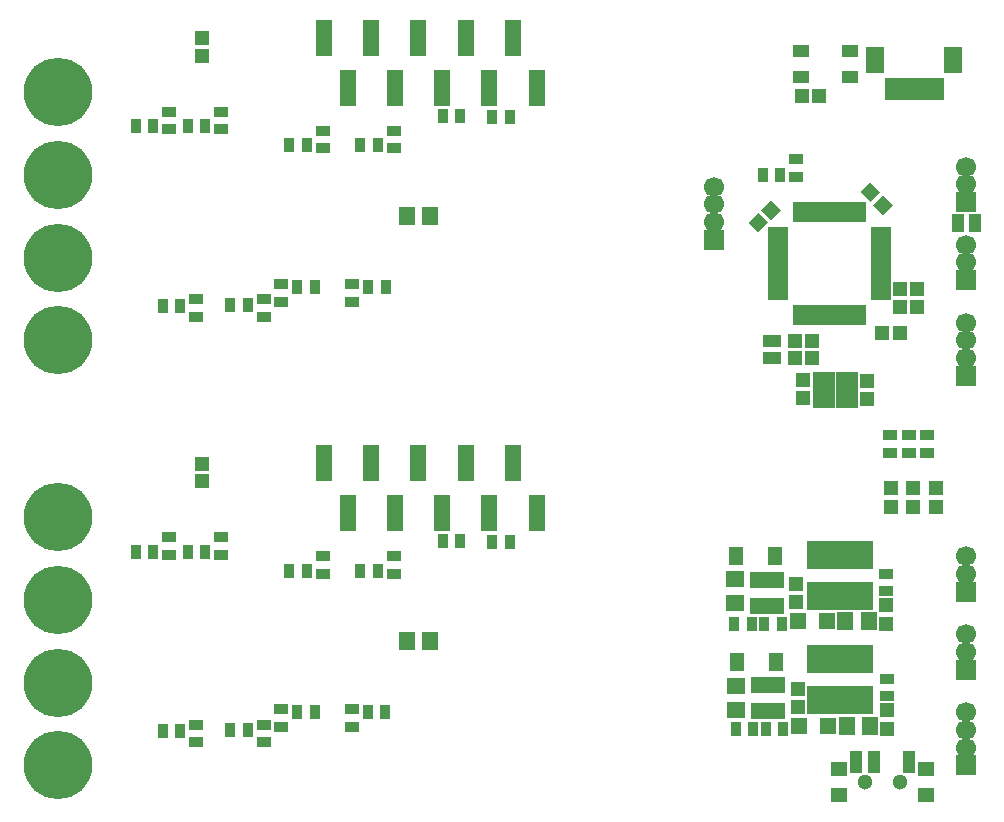
<source format=gbr>
G04 #@! TF.FileFunction,Soldermask,Bot*
%FSLAX46Y46*%
G04 Gerber Fmt 4.6, Leading zero omitted, Abs format (unit mm)*
G04 Created by KiCad (PCBNEW 4.0.6) date 04/07/17 01:17:18*
%MOMM*%
%LPD*%
G01*
G04 APERTURE LIST*
%ADD10C,0.100000*%
%ADD11R,1.400000X3.150000*%
%ADD12R,0.650000X1.700000*%
%ADD13R,1.700000X0.650000*%
%ADD14C,1.700000*%
%ADD15R,1.700000X1.700000*%
%ADD16R,1.200000X1.150000*%
%ADD17R,1.150000X1.200000*%
%ADD18R,1.650000X1.400000*%
%ADD19R,1.400000X1.650000*%
%ADD20R,1.200000X1.200000*%
%ADD21R,1.300000X1.600000*%
%ADD22R,1.400000X1.400000*%
%ADD23R,0.999440X1.598880*%
%ADD24R,1.598880X0.999440*%
%ADD25R,5.700000X2.400000*%
%ADD26R,1.300000X0.900000*%
%ADD27R,0.900000X1.300000*%
%ADD28R,1.450000X1.050000*%
%ADD29C,1.300000*%
%ADD30R,1.100000X1.900000*%
%ADD31R,1.400000X1.200000*%
%ADD32R,1.050000X1.460000*%
%ADD33R,1.900000X3.100000*%
%ADD34C,5.800000*%
%ADD35C,1.000000*%
%ADD36R,1.000000X1.950000*%
%ADD37R,1.600000X2.200000*%
G04 APERTURE END LIST*
D10*
D11*
X137000000Y-92875000D03*
X141000000Y-92875000D03*
X145000000Y-92875000D03*
X149000000Y-92875000D03*
X153000000Y-92875000D03*
X139000000Y-97125000D03*
X143000000Y-97125000D03*
X147000000Y-97125000D03*
X151000000Y-97125000D03*
X155000000Y-97125000D03*
D10*
G36*
X182438820Y-69951992D02*
X183251992Y-69138820D01*
X184100520Y-69987348D01*
X183287348Y-70800520D01*
X182438820Y-69951992D01*
X182438820Y-69951992D01*
G37*
G36*
X183499480Y-71012652D02*
X184312652Y-70199480D01*
X185161180Y-71048008D01*
X184348008Y-71861180D01*
X183499480Y-71012652D01*
X183499480Y-71012652D01*
G37*
D12*
X182550000Y-80350000D03*
X182050000Y-80350000D03*
X181550000Y-80350000D03*
X181050000Y-80350000D03*
X180550000Y-80350000D03*
X180050000Y-80350000D03*
X179550000Y-80350000D03*
X179050000Y-80350000D03*
X178550000Y-80350000D03*
X178050000Y-80350000D03*
X177550000Y-80350000D03*
X177050000Y-80350000D03*
D13*
X175450000Y-78750000D03*
X175450000Y-78250000D03*
X175450000Y-77750000D03*
X175450000Y-77250000D03*
X175450000Y-76750000D03*
X175450000Y-76250000D03*
X175450000Y-75750000D03*
X175450000Y-75250000D03*
X175450000Y-74750000D03*
X175450000Y-74250000D03*
X175450000Y-73750000D03*
X175450000Y-73250000D03*
D12*
X177050000Y-71650000D03*
X177550000Y-71650000D03*
X178050000Y-71650000D03*
X178550000Y-71650000D03*
X179050000Y-71650000D03*
X179550000Y-71650000D03*
X180050000Y-71650000D03*
X180550000Y-71650000D03*
X181050000Y-71650000D03*
X181550000Y-71650000D03*
X182050000Y-71650000D03*
X182550000Y-71650000D03*
D13*
X184150000Y-73250000D03*
X184150000Y-73750000D03*
X184150000Y-74250000D03*
X184150000Y-74750000D03*
X184150000Y-75250000D03*
X184150000Y-75750000D03*
X184150000Y-76250000D03*
X184150000Y-76750000D03*
X184150000Y-77250000D03*
X184150000Y-77750000D03*
X184150000Y-78250000D03*
X184150000Y-78750000D03*
D14*
X191400000Y-115500000D03*
X191400000Y-117000000D03*
D15*
X191400000Y-118500000D03*
D14*
X191400000Y-114000000D03*
D16*
X178950000Y-61800000D03*
X177450000Y-61800000D03*
D17*
X177600000Y-87350000D03*
X177600000Y-85850000D03*
X183000000Y-87450000D03*
X183000000Y-85950000D03*
X187200000Y-79650000D03*
X187200000Y-78150000D03*
X185800000Y-78150000D03*
X185800000Y-79650000D03*
D16*
X185750000Y-81900000D03*
X184250000Y-81900000D03*
D10*
G36*
X173751992Y-73361180D02*
X172938820Y-72548008D01*
X173787348Y-71699480D01*
X174600520Y-72512652D01*
X173751992Y-73361180D01*
X173751992Y-73361180D01*
G37*
G36*
X174812652Y-72300520D02*
X173999480Y-71487348D01*
X174848008Y-70638820D01*
X175661180Y-71451992D01*
X174812652Y-72300520D01*
X174812652Y-72300520D01*
G37*
D16*
X178350000Y-84000000D03*
X176850000Y-84000000D03*
X178350000Y-82600000D03*
X176850000Y-82600000D03*
D18*
X171900000Y-111800000D03*
X171900000Y-113800000D03*
X171800000Y-102750000D03*
X171800000Y-104750000D03*
D17*
X177100000Y-113550000D03*
X177100000Y-112050000D03*
X177000000Y-104650000D03*
X177000000Y-103150000D03*
D19*
X181250000Y-115200000D03*
X183250000Y-115200000D03*
X181150000Y-106300000D03*
X183150000Y-106300000D03*
D20*
X184600000Y-104900000D03*
X184600000Y-106500000D03*
X184700000Y-113800000D03*
X184700000Y-115400000D03*
X188800000Y-95000000D03*
X188800000Y-96600000D03*
X185000000Y-95000000D03*
X185000000Y-96600000D03*
X186900000Y-95000000D03*
X186900000Y-96600000D03*
D21*
X175300000Y-109700000D03*
X172000000Y-109700000D03*
X175200000Y-100800000D03*
X171900000Y-100800000D03*
D22*
X177200000Y-115200000D03*
X179700000Y-115200000D03*
X177100000Y-106300000D03*
X179600000Y-106300000D03*
D14*
X191400000Y-107400000D03*
X191400000Y-108900000D03*
D15*
X191400000Y-110400000D03*
D14*
X191400000Y-100800000D03*
X191400000Y-102300000D03*
D15*
X191400000Y-103800000D03*
D14*
X191400000Y-82500000D03*
X191400000Y-84000000D03*
D15*
X191400000Y-85500000D03*
D14*
X191400000Y-81000000D03*
X191400000Y-74400000D03*
X191400000Y-75900000D03*
D15*
X191400000Y-77400000D03*
D14*
X191400000Y-67800000D03*
X191400000Y-69300000D03*
D15*
X191400000Y-70800000D03*
D23*
X190698960Y-72600000D03*
X192101040Y-72600000D03*
D24*
X174900000Y-84001040D03*
X174900000Y-82598960D03*
D25*
X180700000Y-112950000D03*
X180700000Y-109450000D03*
X180700000Y-104150000D03*
X180700000Y-100650000D03*
D26*
X184600000Y-102250000D03*
X184600000Y-103750000D03*
X184700000Y-111150000D03*
X184700000Y-112650000D03*
X188100000Y-90550000D03*
X188100000Y-92050000D03*
X184900000Y-90550000D03*
X184900000Y-92050000D03*
X186500000Y-90550000D03*
X186500000Y-92050000D03*
X177000000Y-67150000D03*
X177000000Y-68650000D03*
D27*
X175650000Y-68500000D03*
X174150000Y-68500000D03*
X175900000Y-115450000D03*
X174400000Y-115450000D03*
X173350000Y-115450000D03*
X171850000Y-115450000D03*
X175800000Y-106550000D03*
X174300000Y-106550000D03*
X173250000Y-106550000D03*
X171750000Y-106550000D03*
D28*
X177425000Y-60175000D03*
X181575000Y-60175000D03*
X177425000Y-58025000D03*
X181575000Y-58025000D03*
D29*
X185800000Y-119930000D03*
X182800000Y-119930000D03*
D30*
X186550000Y-118170000D03*
X183550000Y-118170000D03*
X182050000Y-118170000D03*
D31*
X187950000Y-121030000D03*
X180650000Y-121030000D03*
X180650000Y-118820000D03*
X187950000Y-118820000D03*
D32*
X175550000Y-113900000D03*
X174600000Y-113900000D03*
X173650000Y-113900000D03*
X173650000Y-111700000D03*
X175550000Y-111700000D03*
X174600000Y-111700000D03*
X175450000Y-105000000D03*
X174500000Y-105000000D03*
X173550000Y-105000000D03*
X173550000Y-102800000D03*
X175450000Y-102800000D03*
X174500000Y-102800000D03*
D33*
X179350000Y-86700000D03*
X181250000Y-86700000D03*
D19*
X144000000Y-72000000D03*
X146000000Y-72000000D03*
X144000000Y-108000000D03*
X146000000Y-108000000D03*
D11*
X137000000Y-56875000D03*
X141000000Y-56875000D03*
X145000000Y-56875000D03*
X149000000Y-56875000D03*
X153000000Y-56875000D03*
X139000000Y-61125000D03*
X143000000Y-61125000D03*
X147000000Y-61125000D03*
X151000000Y-61125000D03*
X155000000Y-61125000D03*
D27*
X148550000Y-63500000D03*
X147050000Y-63500000D03*
X152750000Y-63600000D03*
X151250000Y-63600000D03*
D26*
X128300000Y-63150000D03*
X128300000Y-64650000D03*
X142900000Y-64750000D03*
X142900000Y-66250000D03*
D27*
X125450000Y-64400000D03*
X126950000Y-64400000D03*
X140050000Y-66000000D03*
X141550000Y-66000000D03*
X130550000Y-79500000D03*
X129050000Y-79500000D03*
X140750000Y-78000000D03*
X142250000Y-78000000D03*
D26*
X131900000Y-79050000D03*
X131900000Y-80550000D03*
X139400000Y-77750000D03*
X139400000Y-79250000D03*
D27*
X148550000Y-99500000D03*
X147050000Y-99500000D03*
X152750000Y-99600000D03*
X151250000Y-99600000D03*
D26*
X123900000Y-99150000D03*
X123900000Y-100650000D03*
X136900000Y-100750000D03*
X136900000Y-102250000D03*
D27*
X121050000Y-100400000D03*
X122550000Y-100400000D03*
X134050000Y-102000000D03*
X135550000Y-102000000D03*
X130550000Y-115500000D03*
X129050000Y-115500000D03*
X134750000Y-114000000D03*
X136250000Y-114000000D03*
D26*
X131900000Y-115050000D03*
X131900000Y-116550000D03*
X133400000Y-113750000D03*
X133400000Y-115250000D03*
X136900000Y-64750000D03*
X136900000Y-66250000D03*
X123900000Y-63150000D03*
X123900000Y-64650000D03*
D27*
X134050000Y-66000000D03*
X135550000Y-66000000D03*
X121050000Y-64400000D03*
X122550000Y-64400000D03*
X134750000Y-78000000D03*
X136250000Y-78000000D03*
X124850000Y-79600000D03*
X123350000Y-79600000D03*
D26*
X133400000Y-77750000D03*
X133400000Y-79250000D03*
X126200000Y-79050000D03*
X126200000Y-80550000D03*
X142900000Y-100750000D03*
X142900000Y-102250000D03*
X128300000Y-99150000D03*
X128300000Y-100650000D03*
D27*
X140050000Y-102000000D03*
X141550000Y-102000000D03*
X125450000Y-100400000D03*
X126950000Y-100400000D03*
X140700000Y-114000000D03*
X142200000Y-114000000D03*
X124850000Y-115600000D03*
X123350000Y-115600000D03*
D26*
X139400000Y-113750000D03*
X139400000Y-115250000D03*
X126200000Y-115050000D03*
X126200000Y-116550000D03*
D34*
X114500000Y-68500000D03*
D35*
X114500000Y-66475000D03*
X115931891Y-67068109D03*
X116525000Y-68500000D03*
X115931891Y-69931891D03*
X114500000Y-70525000D03*
X113068109Y-69931891D03*
X112475000Y-68500000D03*
X113068109Y-67068109D03*
D34*
X114500000Y-75500000D03*
D35*
X114500000Y-73475000D03*
X115931891Y-74068109D03*
X116525000Y-75500000D03*
X115931891Y-76931891D03*
X114500000Y-77525000D03*
X113068109Y-76931891D03*
X112475000Y-75500000D03*
X113068109Y-74068109D03*
D34*
X114500000Y-82500000D03*
D35*
X114500000Y-80475000D03*
X115931891Y-81068109D03*
X116525000Y-82500000D03*
X115931891Y-83931891D03*
X114500000Y-84525000D03*
X113068109Y-83931891D03*
X112475000Y-82500000D03*
X113068109Y-81068109D03*
D34*
X114500000Y-61500000D03*
D35*
X114500000Y-59475000D03*
X115931891Y-60068109D03*
X116525000Y-61500000D03*
X115931891Y-62931891D03*
X114500000Y-63525000D03*
X113068109Y-62931891D03*
X112475000Y-61500000D03*
X113068109Y-60068109D03*
D34*
X114500000Y-104500000D03*
D35*
X114500000Y-102475000D03*
X115931891Y-103068109D03*
X116525000Y-104500000D03*
X115931891Y-105931891D03*
X114500000Y-106525000D03*
X113068109Y-105931891D03*
X112475000Y-104500000D03*
X113068109Y-103068109D03*
D34*
X114500000Y-111500000D03*
D35*
X114500000Y-109475000D03*
X115931891Y-110068109D03*
X116525000Y-111500000D03*
X115931891Y-112931891D03*
X114500000Y-113525000D03*
X113068109Y-112931891D03*
X112475000Y-111500000D03*
X113068109Y-110068109D03*
D34*
X114500000Y-118500000D03*
D35*
X114500000Y-116475000D03*
X115931891Y-117068109D03*
X116525000Y-118500000D03*
X115931891Y-119931891D03*
X114500000Y-120525000D03*
X113068109Y-119931891D03*
X112475000Y-118500000D03*
X113068109Y-117068109D03*
D34*
X114500000Y-97500000D03*
D35*
X114500000Y-95475000D03*
X115931891Y-96068109D03*
X116525000Y-97500000D03*
X115931891Y-98931891D03*
X114500000Y-99525000D03*
X113068109Y-98931891D03*
X112475000Y-97500000D03*
X113068109Y-96068109D03*
D17*
X126700000Y-56950000D03*
X126700000Y-58450000D03*
X126700000Y-92950000D03*
X126700000Y-94450000D03*
D36*
X189000000Y-61262500D03*
X188000000Y-61262500D03*
X187000000Y-61262500D03*
X186000000Y-61262500D03*
X185000000Y-61262500D03*
D37*
X190300000Y-58737500D03*
X183700000Y-58737500D03*
D14*
X170000000Y-69500000D03*
X170000000Y-71000000D03*
X170000000Y-72500000D03*
D15*
X170000000Y-74000000D03*
M02*

</source>
